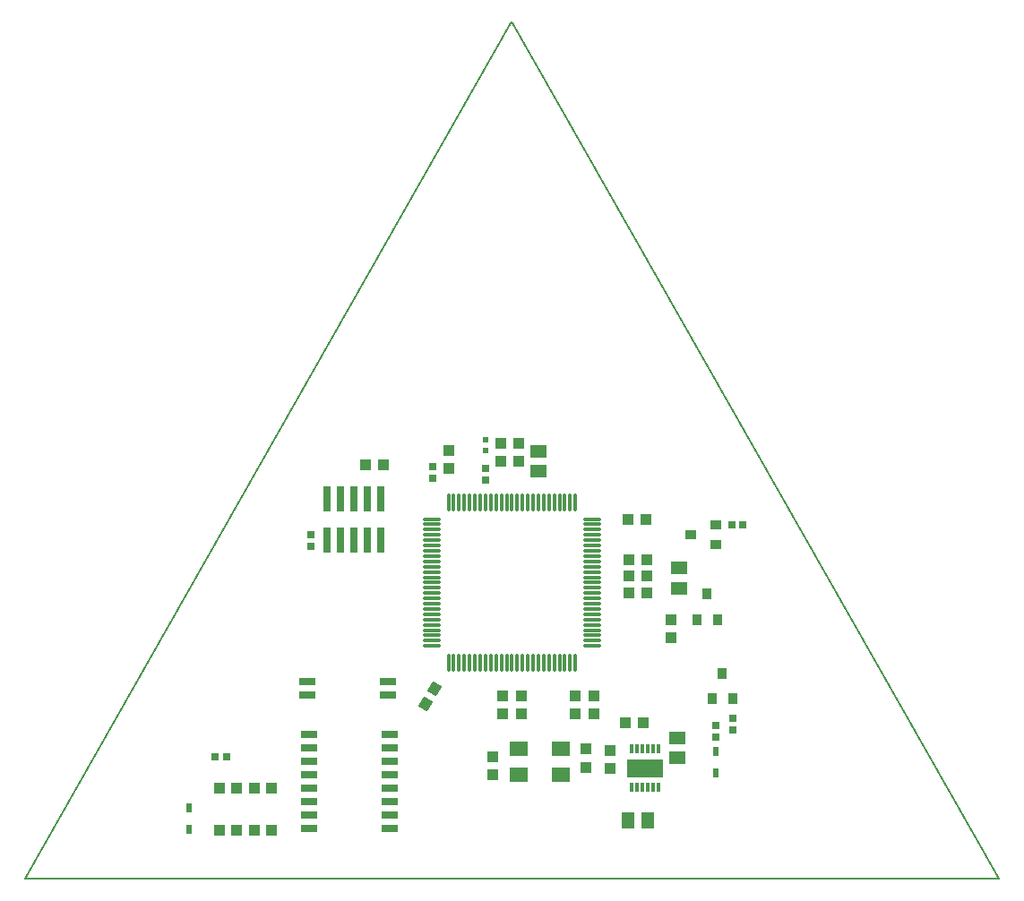
<source format=gtp>
%FSLAX25Y25*%
%MOIN*%
G70*
G01*
G75*
G04 Layer_Color=8421504*
%ADD10C,0.00700*%
%ADD11R,0.06299X0.02992*%
%ADD12R,0.07087X0.05512*%
%ADD13R,0.13386X0.07087*%
%ADD14R,0.01181X0.03347*%
%ADD15R,0.03937X0.03937*%
%ADD16R,0.02992X0.09449*%
%ADD17R,0.03937X0.04331*%
%ADD18R,0.05906X0.05118*%
%ADD19R,0.02362X0.01969*%
%ADD20O,0.07087X0.01181*%
%ADD21O,0.01181X0.07087*%
%ADD22R,0.04331X0.03937*%
G04:AMPARAMS|DCode=23|XSize=39.37mil|YSize=43.31mil|CornerRadius=0mil|HoleSize=0mil|Usage=FLASHONLY|Rotation=150.000|XOffset=0mil|YOffset=0mil|HoleType=Round|Shape=Rectangle|*
%AMROTATEDRECTD23*
4,1,4,0.02788,0.00891,0.00622,-0.02860,-0.02788,-0.00891,-0.00622,0.02860,0.02788,0.00891,0.0*
%
%ADD23ROTATEDRECTD23*%

%ADD24R,0.05118X0.05906*%
%ADD25R,0.02362X0.03543*%
%ADD26R,0.02559X0.02953*%
%ADD27R,0.02953X0.02559*%
%ADD28R,0.03937X0.03347*%
%ADD29R,0.03937X0.03347*%
%ADD30R,0.03347X0.03937*%
%ADD31R,0.03347X0.03937*%
%ADD32C,0.01000*%
%ADD33C,0.02000*%
%ADD34C,0.00600*%
%ADD35C,0.20000*%
%ADD36C,0.03937*%
%ADD37C,0.06000*%
%ADD38C,0.02598*%
%ADD39C,0.02000*%
%ADD40C,0.04000*%
%ADD41C,0.16500*%
%ADD42C,0.07201*%
%ADD43C,0.07150*%
%ADD44C,0.08000*%
G04:AMPARAMS|DCode=45|XSize=100mil|YSize=100mil|CornerRadius=0mil|HoleSize=0mil|Usage=FLASHONLY|Rotation=0.000|XOffset=0mil|YOffset=0mil|HoleType=Round|Shape=Relief|Width=10mil|Gap=10mil|Entries=4|*
%AMTHD45*
7,0,0,0.10000,0.08000,0.01000,45*
%
%ADD45THD45*%
%ADD46C,0.05299*%
%ADD47C,0.05000*%
G04:AMPARAMS|DCode=48|XSize=70mil|YSize=70mil|CornerRadius=0mil|HoleSize=0mil|Usage=FLASHONLY|Rotation=0.000|XOffset=0mil|YOffset=0mil|HoleType=Round|Shape=Relief|Width=10mil|Gap=10mil|Entries=4|*
%AMTHD48*
7,0,0,0.07000,0.05000,0.01000,45*
%
%ADD48THD48*%
G04:AMPARAMS|DCode=49|XSize=20.08mil|YSize=29.53mil|CornerRadius=0mil|HoleSize=0mil|Usage=FLASHONLY|Rotation=240.000|XOffset=0mil|YOffset=0mil|HoleType=Round|Shape=Rectangle|*
%AMROTATEDRECTD49*
4,1,4,-0.00777,0.01608,0.01781,0.00131,0.00777,-0.01608,-0.01781,-0.00131,-0.00777,0.01608,0.0*
%
%ADD49ROTATEDRECTD49*%

%ADD50R,0.06102X0.01772*%
G04:AMPARAMS|DCode=51|XSize=23.62mil|YSize=35.43mil|CornerRadius=0mil|HoleSize=0mil|Usage=FLASHONLY|Rotation=330.000|XOffset=0mil|YOffset=0mil|HoleType=Round|Shape=Rectangle|*
%AMROTATEDRECTD51*
4,1,4,-0.01909,-0.00944,-0.00137,0.02125,0.01909,0.00944,0.00137,-0.02125,-0.01909,-0.00944,0.0*
%
%ADD51ROTATEDRECTD51*%

G04:AMPARAMS|DCode=52|XSize=59.06mil|YSize=51.18mil|CornerRadius=0mil|HoleSize=0mil|Usage=FLASHONLY|Rotation=30.000|XOffset=0mil|YOffset=0mil|HoleType=Round|Shape=Rectangle|*
%AMROTATEDRECTD52*
4,1,4,-0.01278,-0.03693,-0.03837,0.00740,0.01278,0.03693,0.03837,-0.00740,-0.01278,-0.03693,0.0*
%
%ADD52ROTATEDRECTD52*%

G04:AMPARAMS|DCode=53|XSize=59.06mil|YSize=51.18mil|CornerRadius=0mil|HoleSize=0mil|Usage=FLASHONLY|Rotation=150.000|XOffset=0mil|YOffset=0mil|HoleType=Round|Shape=Rectangle|*
%AMROTATEDRECTD53*
4,1,4,0.03837,0.00740,0.01278,-0.03693,-0.03837,-0.00740,-0.01278,0.03693,0.03837,0.00740,0.0*
%
%ADD53ROTATEDRECTD53*%

%ADD54R,0.02953X0.02008*%
%ADD55R,0.03543X0.02362*%
G04:AMPARAMS|DCode=56|XSize=23.62mil|YSize=35.43mil|CornerRadius=0mil|HoleSize=0mil|Usage=FLASHONLY|Rotation=210.000|XOffset=0mil|YOffset=0mil|HoleType=Round|Shape=Rectangle|*
%AMROTATEDRECTD56*
4,1,4,0.00137,0.02125,0.01909,-0.00944,-0.00137,-0.02125,-0.01909,0.00944,0.00137,0.02125,0.0*
%
%ADD56ROTATEDRECTD56*%

%ADD57R,0.02008X0.02953*%
G04:AMPARAMS|DCode=58|XSize=20.08mil|YSize=29.53mil|CornerRadius=0mil|HoleSize=0mil|Usage=FLASHONLY|Rotation=300.000|XOffset=0mil|YOffset=0mil|HoleType=Round|Shape=Rectangle|*
%AMROTATEDRECTD58*
4,1,4,-0.01781,0.00131,0.00777,0.01608,0.01781,-0.00131,-0.00777,-0.01608,-0.01781,0.00131,0.0*
%
%ADD58ROTATEDRECTD58*%

G04:AMPARAMS|DCode=59|XSize=25.59mil|YSize=29.53mil|CornerRadius=0mil|HoleSize=0mil|Usage=FLASHONLY|Rotation=30.000|XOffset=0mil|YOffset=0mil|HoleType=Round|Shape=Rectangle|*
%AMROTATEDRECTD59*
4,1,4,-0.00370,-0.01918,-0.01846,0.00639,0.00370,0.01918,0.01846,-0.00639,-0.00370,-0.01918,0.0*
%
%ADD59ROTATEDRECTD59*%

G04:AMPARAMS|DCode=60|XSize=23.62mil|YSize=39.37mil|CornerRadius=0mil|HoleSize=0mil|Usage=FLASHONLY|Rotation=240.000|XOffset=0mil|YOffset=0mil|HoleType=Round|Shape=Rectangle|*
%AMROTATEDRECTD60*
4,1,4,-0.01114,0.02007,0.02295,0.00039,0.01114,-0.02007,-0.02295,-0.00039,-0.01114,0.02007,0.0*
%
%ADD60ROTATEDRECTD60*%

G04:AMPARAMS|DCode=61|XSize=23.62mil|YSize=39.37mil|CornerRadius=0mil|HoleSize=0mil|Usage=FLASHONLY|Rotation=300.000|XOffset=0mil|YOffset=0mil|HoleType=Round|Shape=Rectangle|*
%AMROTATEDRECTD61*
4,1,4,-0.02295,0.00039,0.01114,0.02007,0.02295,-0.00039,-0.01114,-0.02007,-0.02295,0.00039,0.0*
%
%ADD61ROTATEDRECTD61*%

%ADD62R,0.02362X0.03937*%
%ADD63R,0.02362X0.03740*%
%ADD64C,0.02362*%
%ADD65C,0.00984*%
%ADD66C,0.00787*%
D11*
X-76024Y-36870D02*
D03*
Y-41870D02*
D03*
X-46024Y-36870D02*
D03*
Y-41870D02*
D03*
X-45500Y-91500D02*
D03*
Y-86500D02*
D03*
Y-81500D02*
D03*
Y-76500D02*
D03*
Y-71500D02*
D03*
Y-66500D02*
D03*
Y-61500D02*
D03*
Y-56500D02*
D03*
X-75500Y-91500D02*
D03*
Y-86500D02*
D03*
Y-81500D02*
D03*
Y-76500D02*
D03*
Y-71500D02*
D03*
Y-66500D02*
D03*
Y-61500D02*
D03*
Y-56500D02*
D03*
D12*
X2500Y-71449D02*
D03*
Y-62000D02*
D03*
X18248D02*
D03*
Y-71449D02*
D03*
D13*
X49598Y-69063D02*
D03*
D14*
X54520Y-76248D02*
D03*
X52551Y-76248D02*
D03*
X50583Y-76248D02*
D03*
X48614Y-76248D02*
D03*
X46646Y-76248D02*
D03*
X44677Y-76248D02*
D03*
X44677Y-61878D02*
D03*
X46646Y-61878D02*
D03*
X48614Y-61878D02*
D03*
X50583Y-61878D02*
D03*
X52551Y-61878D02*
D03*
X54520Y-61878D02*
D03*
D15*
X-89421Y-92331D02*
D03*
X-95720D02*
D03*
Y-76583D02*
D03*
X-89421D02*
D03*
X-102362Y-92213D02*
D03*
X-108661D02*
D03*
Y-76465D02*
D03*
X-102362D02*
D03*
D16*
X-68642Y15775D02*
D03*
Y31130D02*
D03*
X-63642D02*
D03*
X-63642Y15775D02*
D03*
X-58642Y15775D02*
D03*
X-58642Y31130D02*
D03*
X-53642D02*
D03*
Y15775D02*
D03*
X-48642Y15775D02*
D03*
Y31130D02*
D03*
D17*
X59055Y-13780D02*
D03*
X59055Y-20472D02*
D03*
X-23622Y49201D02*
D03*
X-23622Y42508D02*
D03*
X23622Y-48846D02*
D03*
Y-42153D02*
D03*
X30500Y-48846D02*
D03*
Y-42153D02*
D03*
X3500Y-48846D02*
D03*
Y-42153D02*
D03*
X-3500Y-48846D02*
D03*
Y-42153D02*
D03*
X2362Y51717D02*
D03*
Y45024D02*
D03*
X-4106Y51717D02*
D03*
Y45024D02*
D03*
X27374Y-68693D02*
D03*
Y-62000D02*
D03*
X-7126Y-64756D02*
D03*
Y-71449D02*
D03*
X36598Y-69063D02*
D03*
Y-62370D02*
D03*
D18*
X61598Y-65303D02*
D03*
Y-57823D02*
D03*
X62205Y-2165D02*
D03*
Y5315D02*
D03*
X9843Y48819D02*
D03*
Y41339D02*
D03*
D19*
X-9843Y53150D02*
D03*
Y49213D02*
D03*
D20*
X-29724Y23622D02*
D03*
Y21654D02*
D03*
Y19685D02*
D03*
Y17717D02*
D03*
Y15748D02*
D03*
Y13780D02*
D03*
Y11811D02*
D03*
Y9843D02*
D03*
Y7874D02*
D03*
Y5906D02*
D03*
Y3937D02*
D03*
Y1969D02*
D03*
Y0D02*
D03*
Y-1969D02*
D03*
Y-3937D02*
D03*
Y-5906D02*
D03*
Y-7874D02*
D03*
Y-9843D02*
D03*
Y-11811D02*
D03*
Y-13780D02*
D03*
Y-15748D02*
D03*
Y-17717D02*
D03*
Y-19685D02*
D03*
Y-21654D02*
D03*
Y-23622D02*
D03*
X29724D02*
D03*
Y-21654D02*
D03*
Y-19685D02*
D03*
Y-17717D02*
D03*
Y-15748D02*
D03*
Y-13780D02*
D03*
Y-11811D02*
D03*
Y-9843D02*
D03*
Y-7874D02*
D03*
Y-5906D02*
D03*
Y-3937D02*
D03*
Y-1969D02*
D03*
Y0D02*
D03*
Y1969D02*
D03*
Y3937D02*
D03*
Y5906D02*
D03*
Y7874D02*
D03*
Y9843D02*
D03*
Y11811D02*
D03*
Y13780D02*
D03*
Y15748D02*
D03*
Y17717D02*
D03*
Y19685D02*
D03*
Y21654D02*
D03*
Y23622D02*
D03*
D21*
X-23622Y-29724D02*
D03*
X-21654D02*
D03*
X-19685D02*
D03*
X-17717D02*
D03*
X-15748D02*
D03*
X-13780D02*
D03*
X-11811D02*
D03*
X-9843D02*
D03*
X-7874D02*
D03*
X-5906D02*
D03*
X-3937D02*
D03*
X-1969D02*
D03*
X0D02*
D03*
X1969D02*
D03*
X3937D02*
D03*
X5906D02*
D03*
X7874D02*
D03*
X9843D02*
D03*
X11811D02*
D03*
X13780D02*
D03*
X15748D02*
D03*
X17717D02*
D03*
X19685D02*
D03*
X21654D02*
D03*
X23622D02*
D03*
Y29724D02*
D03*
X21654D02*
D03*
X19685D02*
D03*
X17717D02*
D03*
X15748D02*
D03*
X13780D02*
D03*
X11811D02*
D03*
X9843D02*
D03*
X7874D02*
D03*
X5906D02*
D03*
X3937D02*
D03*
X1969D02*
D03*
X0D02*
D03*
X-1969D02*
D03*
X-3937D02*
D03*
X-5906D02*
D03*
X-7874D02*
D03*
X-9843D02*
D03*
X-11811D02*
D03*
X-13780D02*
D03*
X-15748D02*
D03*
X-17717D02*
D03*
X-19685D02*
D03*
X-21654D02*
D03*
X-23622D02*
D03*
D22*
X-54488Y43952D02*
D03*
X-47795Y43952D02*
D03*
X50193Y8500D02*
D03*
X43500D02*
D03*
X50193Y2500D02*
D03*
X43500D02*
D03*
X50000Y23622D02*
D03*
X43307D02*
D03*
X50193Y-4000D02*
D03*
X43500D02*
D03*
X42252Y-52063D02*
D03*
X48945D02*
D03*
D23*
X-32087Y-45281D02*
D03*
X-28740Y-39484D02*
D03*
D24*
X43118Y-88563D02*
D03*
X50598Y-88563D02*
D03*
D25*
X-120079Y-91732D02*
D03*
Y-83858D02*
D03*
X75984Y-70866D02*
D03*
X75984Y-62992D02*
D03*
D26*
X-74803Y17717D02*
D03*
X-74803Y13386D02*
D03*
X75984Y-57480D02*
D03*
X75984Y-53150D02*
D03*
X82086Y-54724D02*
D03*
X82087Y-50394D02*
D03*
X-9843Y42520D02*
D03*
X-9843Y38189D02*
D03*
X-29528Y43110D02*
D03*
X-29528Y38780D02*
D03*
D27*
X-110433Y-64961D02*
D03*
X-106102D02*
D03*
X86024Y21457D02*
D03*
X81693Y21457D02*
D03*
D28*
X75984Y13976D02*
D03*
X66535Y17717D02*
D03*
D29*
X75984Y21457D02*
D03*
D30*
X74606Y-43307D02*
D03*
X78347Y-33858D02*
D03*
X72638Y-4331D02*
D03*
X68898Y-13780D02*
D03*
D31*
X82087Y-43307D02*
D03*
X76378Y-13780D02*
D03*
D34*
X0Y208661D02*
X181102Y-110236D01*
X-181102D02*
X0Y208661D01*
X-181102Y-110236D02*
X181102D01*
M02*

</source>
